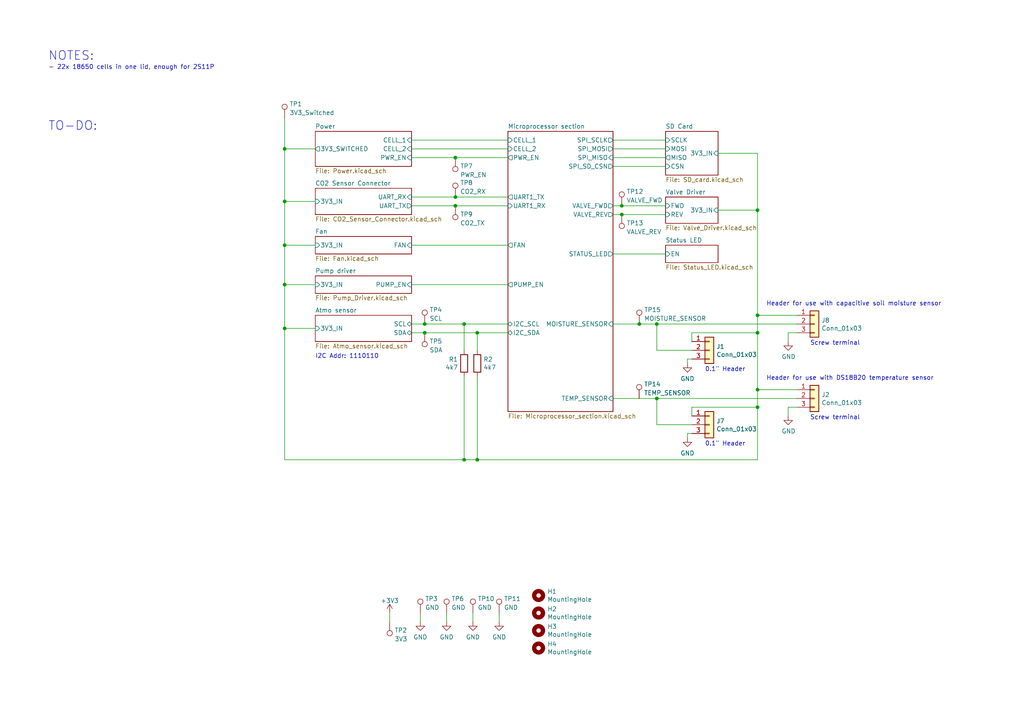
<source format=kicad_sch>
(kicad_sch (version 20211123) (generator eeschema)
  (paper "A4")
  (lib_symbols
    (symbol "Connector:TestPoint" (pin_numbers hide) (pin_names (offset 0.762) hide)
      (property "Reference" "TP" (at 0 6.858 0))
      (property "Value" "TestPoint" (at 0 5.08 0))
      (symbol "TestPoint_0_1"
        (circle (center 0 3.302) (radius 0.762))
      )
      (symbol "TestPoint_1_1"
        (pin passive line (at 0 0 90) (length 2.54) (name "1") (number "1"))
      )
    )
    (symbol "Connector_Generic:Conn_01x03" (pin_names (offset 1.016) hide)
      (property "Reference" "J" (at 0 5.08 0))
      (property "Value" "Conn_01x03" (at 0 -5.08 0))
      (symbol "Conn_01x03_1_1"
        (rectangle (start -1.27 -2.413) (end 0 -2.667) (stroke (width 0.1524)))
        (rectangle (start -1.27 0.127) (end 0 -0.127) (stroke (width 0.1524)))
        (rectangle (start -1.27 2.667) (end 0 2.413) (stroke (width 0.1524)))
        (rectangle (start -1.27 3.81) (end 1.27 -3.81) (stroke (width 0.254)) (fill (type background)))
        (pin passive line (at -5.08 2.54 0) (length 3.81) (name "Pin_1") (number "1"))
        (pin passive line (at -5.08 0 0) (length 3.81) (name "Pin_2") (number "2"))
        (pin passive line (at -5.08 -2.54 0) (length 3.81) (name "Pin_3") (number "3"))
      )
    )
    (symbol "Device:R" (pin_numbers hide) (pin_names (offset 0))
      (property "Reference" "R" (at 2.032 0 90))
      (property "Value" "R" (at 0 0 90))
      (symbol "R_0_1"
        (rectangle (start -1.016 -2.54) (end 1.016 2.54) (stroke (width 0.254)))
      )
      (symbol "R_1_1"
        (pin passive line (at 0 3.81 270) (length 1.27) (name "~") (number "1"))
        (pin passive line (at 0 -3.81 90) (length 1.27) (name "~") (number "2"))
      )
    )
    (symbol "Mechanical:MountingHole" (pin_names (offset 1.016))
      (property "Reference" "H" (at 0 5.08 0))
      (property "Value" "MountingHole" (at 0 3.175 0))
      (symbol "MountingHole_0_1"
        (circle (center 0 0) (radius 1.27) (stroke (width 1.27)))
      )
    )
    (symbol "power:+3V3" (power) (pin_names (offset 0))
      (property "Value" "+3V3" (at 0 3.556 0))
      (symbol "+3V3_0_1"
        (polyline (pts (xy -0.762 1.27) (xy 0 2.54)))
        (polyline (pts (xy 0 0) (xy 0 2.54)))
        (polyline (pts (xy 0 2.54) (xy 0.762 1.27)))
      )
      (symbol "+3V3_1_1"
        (pin power_in line (at 0 0 90) (length 0) hide (name "+3V3") (number "1"))
      )
    )
    (symbol "power:GND" (power) (pin_names (offset 0))
      (property "Value" "GND" (at 0 -3.81 0))
      (symbol "GND_0_1"
        (polyline (pts (xy 0 0) (xy 0 -1.27) (xy 1.27 -1.27) (xy 0 -2.54) (xy -1.27 -1.27) (xy 0 -1.27)))
      )
      (symbol "GND_1_1"
        (pin power_in line (at 0 0 270) (length 0) hide (name "GND") (number "1"))
      )
    )
  )
  (junction (at 219.71 91.44))
  (junction (at 190.5 115.57))
  (junction (at 132.08 57.15))
  (junction (at 82.55 82.55))
  (junction (at 123.19 96.52))
  (junction (at 138.43 133.35))
  (junction (at 132.08 45.72))
  (junction (at 82.55 43.18))
  (junction (at 219.71 118.11))
  (junction (at 180.34 59.69))
  (junction (at 219.71 96.52))
  (junction (at 190.5 93.98))
  (junction (at 132.08 59.69))
  (junction (at 134.62 93.98))
  (junction (at 82.55 71.12))
  (junction (at 185.42 93.98))
  (junction (at 219.71 60.96))
  (junction (at 180.34 62.23))
  (junction (at 123.19 93.98))
  (junction (at 138.43 96.52))
  (junction (at 82.55 95.25))
  (junction (at 82.55 58.42))
  (junction (at 219.71 113.03))
  (junction (at 134.62 133.35))
  (wire (pts (xy 185.42 93.98) (xy 190.5 93.98)))
  (wire (pts (xy 219.71 113.03) (xy 231.14 113.03)))
  (wire (pts (xy 228.6 96.52) (xy 231.14 96.52)))
  (wire (pts (xy 119.38 59.69) (xy 132.08 59.69)))
  (wire (pts (xy 208.28 60.96) (xy 219.71 60.96)))
  (wire (pts (xy 82.55 95.25) (xy 91.44 95.25)))
  (wire (pts (xy 91.44 43.18) (xy 82.55 43.18)))
  (wire (pts (xy 190.5 123.19) (xy 190.5 115.57)))
  (wire (pts (xy 132.08 45.72) (xy 147.32 45.72)))
  (wire (pts (xy 228.6 118.11) (xy 228.6 120.65)))
  (wire (pts (xy 219.71 44.45) (xy 208.28 44.45)))
  (wire (pts (xy 134.62 109.22) (xy 134.62 133.35)))
  (wire (pts (xy 138.43 133.35) (xy 219.71 133.35)))
  (wire (pts (xy 228.6 118.11) (xy 231.14 118.11)))
  (wire (pts (xy 219.71 133.35) (xy 219.71 118.11)))
  (wire (pts (xy 134.62 93.98) (xy 134.62 101.6)))
  (wire (pts (xy 177.8 115.57) (xy 190.5 115.57)))
  (wire (pts (xy 119.38 71.12) (xy 147.32 71.12)))
  (wire (pts (xy 200.66 99.06) (xy 200.66 96.52)))
  (wire (pts (xy 129.54 177.8) (xy 129.54 180.34)))
  (wire (pts (xy 82.55 133.35) (xy 134.62 133.35)))
  (wire (pts (xy 134.62 133.35) (xy 138.43 133.35)))
  (wire (pts (xy 119.38 82.55) (xy 147.32 82.55)))
  (wire (pts (xy 119.38 57.15) (xy 132.08 57.15)))
  (wire (pts (xy 219.71 60.96) (xy 219.71 91.44)))
  (wire (pts (xy 119.38 40.64) (xy 147.32 40.64)))
  (wire (pts (xy 119.38 45.72) (xy 132.08 45.72)))
  (wire (pts (xy 123.19 93.98) (xy 134.62 93.98)))
  (wire (pts (xy 82.55 82.55) (xy 82.55 95.25)))
  (wire (pts (xy 132.08 57.15) (xy 147.32 57.15)))
  (wire (pts (xy 119.38 96.52) (xy 123.19 96.52)))
  (wire (pts (xy 177.8 43.18) (xy 193.04 43.18)))
  (wire (pts (xy 177.8 59.69) (xy 180.34 59.69)))
  (wire (pts (xy 180.34 59.69) (xy 193.04 59.69)))
  (wire (pts (xy 119.38 93.98) (xy 123.19 93.98)))
  (wire (pts (xy 219.71 96.52) (xy 219.71 113.03)))
  (wire (pts (xy 123.19 96.52) (xy 138.43 96.52)))
  (wire (pts (xy 219.71 91.44) (xy 231.14 91.44)))
  (wire (pts (xy 190.5 115.57) (xy 231.14 115.57)))
  (wire (pts (xy 180.34 62.23) (xy 193.04 62.23)))
  (wire (pts (xy 138.43 96.52) (xy 147.32 96.52)))
  (wire (pts (xy 199.39 104.14) (xy 200.66 104.14)))
  (wire (pts (xy 113.03 177.8) (xy 113.03 180.34)))
  (wire (pts (xy 137.16 177.8) (xy 137.16 180.34)))
  (wire (pts (xy 82.55 71.12) (xy 91.44 71.12)))
  (wire (pts (xy 82.55 58.42) (xy 82.55 71.12)))
  (wire (pts (xy 121.92 177.8) (xy 121.92 180.34)))
  (wire (pts (xy 144.78 177.8) (xy 144.78 180.34)))
  (wire (pts (xy 199.39 125.73) (xy 200.66 125.73)))
  (wire (pts (xy 228.6 96.52) (xy 228.6 99.06)))
  (wire (pts (xy 219.71 91.44) (xy 219.71 96.52)))
  (wire (pts (xy 190.5 93.98) (xy 231.14 93.98)))
  (wire (pts (xy 177.8 40.64) (xy 193.04 40.64)))
  (wire (pts (xy 177.8 45.72) (xy 193.04 45.72)))
  (wire (pts (xy 200.66 120.65) (xy 200.66 118.11)))
  (wire (pts (xy 138.43 96.52) (xy 138.43 101.6)))
  (wire (pts (xy 138.43 109.22) (xy 138.43 133.35)))
  (wire (pts (xy 82.55 34.29) (xy 82.55 43.18)))
  (wire (pts (xy 200.66 96.52) (xy 219.71 96.52)))
  (wire (pts (xy 219.71 44.45) (xy 219.71 60.96)))
  (wire (pts (xy 199.39 127) (xy 199.39 125.73)))
  (wire (pts (xy 82.55 95.25) (xy 82.55 133.35)))
  (wire (pts (xy 177.8 62.23) (xy 180.34 62.23)))
  (wire (pts (xy 119.38 43.18) (xy 147.32 43.18)))
  (wire (pts (xy 82.55 71.12) (xy 82.55 82.55)))
  (wire (pts (xy 82.55 43.18) (xy 82.55 58.42)))
  (wire (pts (xy 200.66 118.11) (xy 219.71 118.11)))
  (wire (pts (xy 82.55 58.42) (xy 91.44 58.42)))
  (wire (pts (xy 200.66 123.19) (xy 190.5 123.19)))
  (wire (pts (xy 219.71 118.11) (xy 219.71 113.03)))
  (wire (pts (xy 91.44 82.55) (xy 82.55 82.55)))
  (wire (pts (xy 134.62 93.98) (xy 147.32 93.98)))
  (wire (pts (xy 177.8 48.26) (xy 193.04 48.26)))
  (wire (pts (xy 190.5 101.6) (xy 190.5 93.98)))
  (wire (pts (xy 177.8 93.98) (xy 185.42 93.98)))
  (wire (pts (xy 200.66 101.6) (xy 190.5 101.6)))
  (wire (pts (xy 177.8 73.66) (xy 193.04 73.66)))
  (wire (pts (xy 199.39 105.41) (xy 199.39 104.14)))
  (wire (pts (xy 132.08 59.69) (xy 147.32 59.69)))
  (text "- 22x 18650 cells in one lid, enough for 2S11P\n" (at 13.97 20.32 0) (effects (font (size 1.27 1.27)) (justify left bottom)))
  (text "I2C Addr: 1110110" (at 91.44 104.14 0) (effects (font (size 1.27 1.27)) (justify left bottom)))
  (text "Header for use with capacitive soil moisture sensor\n" (at 222.25 88.9 0) (effects (font (size 1.27 1.27)) (justify left bottom)))
  (text "0.1\" Header" (at 204.47 129.54 0) (effects (font (size 1.27 1.27)) (justify left bottom)))
  (text "Header for use with DS18B20 temperature sensor\n" (at 222.25 110.49 0) (effects (font (size 1.27 1.27)) (justify left bottom)))
  (text "TO-DO:" (at 13.97 38.1 0) (effects (font (size 2.54 2.54)) (justify left bottom)))
  (text "Screw terminal" (at 234.95 121.92 0) (effects (font (size 1.27 1.27)) (justify left bottom)))
  (text "0.1\" Header" (at 204.47 107.95 0) (effects (font (size 1.27 1.27)) (justify left bottom)))
  (text "Screw terminal" (at 234.95 100.33 0) (effects (font (size 1.27 1.27)) (justify left bottom)))
  (text "NOTES:" (at 13.97 17.78 0) (effects (font (size 2.54 2.54)) (justify left bottom)))
  (symbol (lib_id "Mechanical:MountingHole") (at 156.21 172.72 0) (unit 1)
    (property "Reference" "H1" (at 158.75 171.5516 0) (effects (justify left)))
    (property "Value" "MountingHole" (at 158.75 173.863 0) (effects (justify left)))
    (property "Footprint" "MountingHole:MountingHole_3.2mm_M3" (effects hide))
  )
  (symbol (lib_id "Mechanical:MountingHole") (at 156.21 177.8 0) (unit 1)
    (property "Reference" "H2" (at 158.75 176.6316 0) (effects (justify left)))
    (property "Value" "MountingHole" (at 158.75 178.943 0) (effects (justify left)))
    (property "Footprint" "MountingHole:MountingHole_3.2mm_M3" (effects hide))
  )
  (symbol (lib_id "Mechanical:MountingHole") (at 156.21 182.88 0) (unit 1)
    (property "Reference" "H3" (at 158.75 181.7116 0) (effects (justify left)))
    (property "Value" "MountingHole" (at 158.75 184.023 0) (effects (justify left)))
    (property "Footprint" "MountingHole:MountingHole_3.2mm_M3" (effects hide))
  )
  (symbol (lib_id "Mechanical:MountingHole") (at 156.21 187.96 0) (unit 1)
    (property "Reference" "H4" (at 158.75 186.7916 0) (effects (justify left)))
    (property "Value" "MountingHole" (at 158.75 189.103 0) (effects (justify left)))
    (property "Footprint" "MountingHole:MountingHole_3.2mm_M3" (effects hide))
  )
  (symbol (lib_id "power:GND") (at 228.6 120.65 0) (unit 1)
    (property "Reference" "#PWR044" (effects hide))
    (property "Value" "GND" (at 228.727 125.0442 0))
  )
  (symbol (lib_id "Connector_Generic:Conn_01x03") (at 236.22 115.57 0) (unit 1)
    (property "Reference" "J2" (at 238.252 114.5032 0) (effects (justify left)))
    (property "Value" "Conn_01x03" (at 238.252 116.8146 0) (effects (justify left)))
    (property "Footprint" "co2_sensor_node:KF301-5.0-3P" (effects hide))
    (property "LCSC" "C474882" (effects hide))
  )
  (symbol (lib_id "Connector:TestPoint") (at 123.19 96.52 180) (unit 1)
    (property "Reference" "TP5" (at 124.587 98.9873 0) (effects (justify right)))
    (property "Value" "SDA" (at 124.587 101.5242 0) (effects (justify right)))
    (property "Footprint" "TestPoint:TestPoint_Loop_D2.50mm_Drill1.0mm_LowProfile" (effects hide))
  )
  (symbol (lib_id "Device:R") (at 134.62 105.41 0) (mirror y) (unit 1)
    (property "Reference" "R1" (at 132.842 104.2416 0) (effects (justify left)))
    (property "Value" "4k7" (at 132.842 106.553 0) (effects (justify left)))
    (property "Footprint" "Resistor_SMD:R_0603_1608Metric" (effects hide))
    (property "LCSC" "C23162" (effects hide))
  )
  (symbol (lib_id "power:GND") (at 137.16 180.34 0) (unit 1)
    (property "Reference" "#PWR0112" (effects hide))
    (property "Value" "GND" (at 137.16 184.7834 0))
  )
  (symbol (lib_id "Connector:TestPoint") (at 180.34 62.23 180) (unit 1)
    (property "Reference" "TP13" (at 181.737 64.6973 0) (effects (justify right)))
    (property "Value" "VALVE_REV" (at 181.737 67.2342 0) (effects (justify right)))
    (property "Footprint" "TestPoint:TestPoint_Loop_D2.50mm_Drill1.0mm_LowProfile" (effects hide))
  )
  (symbol (lib_id "Connector:TestPoint") (at 123.19 93.98 0) (unit 1)
    (property "Reference" "TP4" (at 124.587 89.8433 0) (effects (justify left)))
    (property "Value" "SCL" (at 124.587 92.3802 0) (effects (justify left)))
    (property "Footprint" "TestPoint:TestPoint_Loop_D2.50mm_Drill1.0mm_LowProfile" (effects hide))
  )
  (symbol (lib_id "Connector:TestPoint") (at 121.92 177.8 0) (unit 1)
    (property "Reference" "TP3" (at 123.317 173.6633 0) (effects (justify left)))
    (property "Value" "GND" (at 123.317 176.2002 0) (effects (justify left)))
    (property "Footprint" "TestPoint:TestPoint_Loop_D2.50mm_Drill1.0mm_LowProfile" (effects hide))
  )
  (symbol (lib_id "Connector:TestPoint") (at 129.54 177.8 0) (unit 1)
    (property "Reference" "TP6" (at 130.937 173.6633 0) (effects (justify left)))
    (property "Value" "GND" (at 130.937 176.2002 0) (effects (justify left)))
    (property "Footprint" "TestPoint:TestPoint_Loop_D2.50mm_Drill1.0mm_LowProfile" (effects hide))
  )
  (symbol (lib_id "power:+3V3") (at 113.03 177.8 0) (unit 1)
    (property "Reference" "#PWR0111" (effects hide))
    (property "Value" "+3V3" (at 113.03 174.2242 0))
  )
  (symbol (lib_id "Connector:TestPoint") (at 132.08 45.72 180) (unit 1)
    (property "Reference" "TP7" (at 133.477 48.1873 0) (effects (justify right)))
    (property "Value" "PWR_EN" (at 133.477 50.7242 0) (effects (justify right)))
    (property "Footprint" "TestPoint:TestPoint_Loop_D2.50mm_Drill1.0mm_LowProfile" (effects hide))
  )
  (symbol (lib_id "power:GND") (at 121.92 180.34 0) (unit 1)
    (property "Reference" "#PWR0113" (effects hide))
    (property "Value" "GND" (at 121.92 184.7834 0))
  )
  (symbol (lib_id "power:GND") (at 199.39 105.41 0) (unit 1)
    (property "Reference" "#PWR0116" (effects hide))
    (property "Value" "GND" (at 199.39 109.8534 0))
  )
  (symbol (lib_id "Connector_Generic:Conn_01x03") (at 236.22 93.98 0) (unit 1)
    (property "Reference" "J8" (at 238.252 92.9132 0) (effects (justify left)))
    (property "Value" "Conn_01x03" (at 238.252 95.2246 0) (effects (justify left)))
    (property "Footprint" "co2_sensor_node:KF301-5.0-3P" (effects hide))
    (property "LCSC" "C474882" (effects hide))
  )
  (symbol (lib_id "Connector:TestPoint") (at 180.34 59.69 0) (unit 1)
    (property "Reference" "TP12" (at 181.737 55.5533 0) (effects (justify left)))
    (property "Value" "VALVE_FWD" (at 181.737 58.0902 0) (effects (justify left)))
    (property "Footprint" "TestPoint:TestPoint_Loop_D2.50mm_Drill1.0mm_LowProfile" (effects hide))
  )
  (symbol (lib_id "Connector_Generic:Conn_01x03") (at 205.74 101.6 0) (unit 1)
    (property "Reference" "J1" (at 207.772 100.5332 0) (effects (justify left)))
    (property "Value" "Conn_01x03" (at 207.772 102.8446 0) (effects (justify left)))
    (property "Footprint" "Connector_PinSocket_2.54mm:PinSocket_1x03_P2.54mm_Vertical" (effects hide))
    (property "LCSC" "C541850" (effects hide))
  )
  (symbol (lib_id "Connector:TestPoint") (at 82.55 34.29 0) (unit 1)
    (property "Reference" "TP1" (at 83.947 30.1533 0) (effects (justify left)))
    (property "Value" "3V3_Switched" (at 83.947 32.6902 0) (effects (justify left)))
    (property "Footprint" "TestPoint:TestPoint_Loop_D2.50mm_Drill1.0mm_LowProfile" (effects hide))
  )
  (symbol (lib_id "Connector_Generic:Conn_01x03") (at 205.74 123.19 0) (unit 1)
    (property "Reference" "J7" (at 207.772 122.1232 0) (effects (justify left)))
    (property "Value" "Conn_01x03" (at 207.772 124.4346 0) (effects (justify left)))
    (property "Footprint" "Connector_PinSocket_2.54mm:PinSocket_1x03_P2.54mm_Vertical" (effects hide))
    (property "LCSC" "C541850" (effects hide))
  )
  (symbol (lib_id "Connector:TestPoint") (at 144.78 177.8 0) (unit 1)
    (property "Reference" "TP11" (at 146.177 173.6633 0) (effects (justify left)))
    (property "Value" "GND" (at 146.177 176.2002 0) (effects (justify left)))
    (property "Footprint" "TestPoint:TestPoint_Loop_D2.50mm_Drill1.0mm_LowProfile" (effects hide))
  )
  (symbol (lib_id "Connector:TestPoint") (at 132.08 57.15 0) (unit 1)
    (property "Reference" "TP8" (at 133.477 53.0133 0) (effects (justify left)))
    (property "Value" "CO2_RX" (at 133.477 55.5502 0) (effects (justify left)))
    (property "Footprint" "TestPoint:TestPoint_Loop_D2.50mm_Drill1.0mm_LowProfile" (effects hide))
  )
  (symbol (lib_id "Connector:TestPoint") (at 185.3847 115.567 0) (unit 1)
    (property "Reference" "TP14" (at 186.7817 111.4303 0) (effects (justify left)))
    (property "Value" "TEMP_SENSOR" (at 186.7817 113.9672 0) (effects (justify left)))
    (property "Footprint" "TestPoint:TestPoint_Loop_D2.50mm_Drill1.0mm_LowProfile" (effects hide))
  )
  (symbol (lib_id "power:GND") (at 129.54 180.34 0) (unit 1)
    (property "Reference" "#PWR0114" (effects hide))
    (property "Value" "GND" (at 129.54 184.7834 0))
  )
  (symbol (lib_id "Connector:TestPoint") (at 185.42 93.98 0) (unit 1)
    (property "Reference" "TP15" (at 186.817 89.8433 0) (effects (justify left)))
    (property "Value" "MOISTURE_SENSOR" (at 186.817 92.3802 0) (effects (justify left)))
    (property "Footprint" "TestPoint:TestPoint_Loop_D2.50mm_Drill1.0mm_LowProfile" (effects hide))
  )
  (symbol (lib_id "Connector:TestPoint") (at 137.16 177.8 0) (unit 1)
    (property "Reference" "TP10" (at 138.557 173.6633 0) (effects (justify left)))
    (property "Value" "GND" (at 138.557 176.2002 0) (effects (justify left)))
    (property "Footprint" "TestPoint:TestPoint_Loop_D2.50mm_Drill1.0mm_LowProfile" (effects hide))
  )
  (symbol (lib_id "Connector:TestPoint") (at 113.03 180.34 180) (unit 1)
    (property "Reference" "TP2" (at 114.427 182.8073 0) (effects (justify right)))
    (property "Value" "3V3" (at 114.427 185.3442 0) (effects (justify right)))
    (property "Footprint" "TestPoint:TestPoint_Loop_D2.50mm_Drill1.0mm_LowProfile" (effects hide))
  )
  (symbol (lib_id "power:GND") (at 228.6 99.06 0) (unit 1)
    (property "Reference" "#PWR0117" (effects hide))
    (property "Value" "GND" (at 228.727 103.4542 0))
  )
  (symbol (lib_id "power:GND") (at 199.39 127 0) (unit 1)
    (property "Reference" "#PWR0110" (effects hide))
    (property "Value" "GND" (at 199.39 131.4434 0))
  )
  (symbol (lib_id "Connector:TestPoint") (at 132.08 59.69 180) (unit 1)
    (property "Reference" "TP9" (at 133.477 62.1573 0) (effects (justify right)))
    (property "Value" "CO2_TX" (at 133.477 64.6942 0) (effects (justify right)))
    (property "Footprint" "TestPoint:TestPoint_Loop_D2.50mm_Drill1.0mm_LowProfile" (effects hide))
  )
  (symbol (lib_id "Device:R") (at 138.43 105.41 0) (unit 1)
    (property "Reference" "R2" (at 140.208 104.2416 0) (effects (justify left)))
    (property "Value" "4k7" (at 140.208 106.553 0) (effects (justify left)))
    (property "Footprint" "Resistor_SMD:R_0603_1608Metric" (effects hide))
    (property "LCSC" "C23162" (effects hide))
  )
  (symbol (lib_id "power:GND") (at 144.78 180.34 0) (unit 1)
    (property "Reference" "#PWR0115" (effects hide))
    (property "Value" "GND" (at 144.78 184.7834 0))
  )
  (sheet (at 147.32 38.1) (size 30.48 81.28)
    (property "Sheet name" "Microprocessor section" (at 147.32 37.3884 0) (effects (justify left bottom)))
    (property "Sheet file" "Microprocessor_section.kicad_sch" (at 147.32 119.9646 0) (effects (justify left top)))
    (pin "UART1_TX" output (at 147.32 57.15 180))
    (pin "UART1_RX" input (at 147.32 59.69 180))
    (pin "I2C_SCL" bidirectional (at 147.32 93.98 180))
    (pin "I2C_SDA" bidirectional (at 147.32 96.52 180))
    (pin "SPI_MOSI" output (at 177.8 43.18 0))
    (pin "SPI_MISO" input (at 177.8 45.72 0))
    (pin "SPI_SCLK" output (at 177.8 40.64 0))
    (pin "SPI_SD_CSN" output (at 177.8 48.26 0))
    (pin "PUMP_EN" output (at 147.32 82.55 180))
    (pin "TEMP_SENSOR" input (at 177.8 115.57 0))
    (pin "FAN" output (at 147.32 71.12 180))
    (pin "MOISTURE_SENSOR" input (at 177.8 93.98 0))
    (pin "CELL_1" input (at 147.32 40.64 180))
    (pin "CELL_2" input (at 147.32 43.18 180))
    (pin "VALVE_REV" output (at 177.8 62.23 0))
    (pin "VALVE_FWD" output (at 177.8 59.69 0))
    (pin "PWR_EN" output (at 147.32 45.72 180))
    (pin "STATUS_LED" output (at 177.8 73.66 0))
  )
  (sheet (at 91.44 54.61) (size 27.94 7.62)
    (property "Sheet name" "CO2 Sensor Connector" (at 91.44 53.8984 0) (effects (justify left bottom)))
    (property "Sheet file" "CO2_Sensor_Connector.kicad_sch" (at 91.44 62.8146 0) (effects (justify left top)))
    (pin "UART_RX" input (at 119.38 57.15 0))
    (pin "UART_TX" output (at 119.38 59.69 0))
    (pin "3V3_IN" input (at 91.44 58.42 180))
  )
  (sheet (at 91.44 91.44) (size 27.94 7.62)
    (property "Sheet name" "Atmo sensor" (at 91.44 90.7284 0) (effects (justify left bottom)))
    (property "Sheet file" "Atmo_sensor.kicad_sch" (at 91.44 99.6446 0) (effects (justify left top)))
    (pin "SDA" bidirectional (at 119.38 96.52 0))
    (pin "SCL" bidirectional (at 119.38 93.98 0))
    (pin "3V3_IN" input (at 91.44 95.25 180))
  )
  (sheet (at 193.04 38.1) (size 15.24 12.7)
    (property "Sheet name" "SD Card" (at 193.04 37.3884 0) (effects (justify left bottom)))
    (property "Sheet file" "SD_card.kicad_sch" (at 193.04 51.3846 0) (effects (justify left top)))
    (pin "SCLK" input (at 193.04 40.64 180))
    (pin "MOSI" input (at 193.04 43.18 180))
    (pin "MISO" output (at 193.04 45.72 180))
    (pin "CSN" input (at 193.04 48.26 180))
    (pin "3V3_IN" input (at 208.28 44.45 0))
  )
  (sheet (at 91.44 38.1) (size 27.94 10.16)
    (property "Sheet name" "Power" (at 91.44 37.3884 0) (effects (justify left bottom)))
    (property "Sheet file" "Power.kicad_sch" (at 91.44 48.8446 0) (effects (justify left top)))
    (pin "CELL_1" input (at 119.38 40.64 0))
    (pin "CELL_2" input (at 119.38 43.18 0))
    (pin "PWR_EN" input (at 119.38 45.72 0))
    (pin "3V3_SWITCHED" output (at 91.44 43.18 180))
  )
  (sheet (at 91.44 80.01) (size 27.94 5.08)
    (property "Sheet name" "Pump driver" (at 91.44 79.2984 0) (effects (justify left bottom)))
    (property "Sheet file" "Pump_Driver.kicad_sch" (at 91.44 85.6746 0) (effects (justify left top)))
    (pin "PUMP_EN" input (at 119.38 82.55 0))
    (pin "3V3_IN" input (at 91.44 82.55 180))
  )
  (sheet (at 91.44 68.58) (size 27.94 5.08)
    (property "Sheet name" "Fan" (at 91.44 67.8684 0) (effects (justify left bottom)))
    (property "Sheet file" "Fan.kicad_sch" (at 91.44 74.2446 0) (effects (justify left top)))
    (pin "FAN" input (at 119.38 71.12 0))
    (pin "3V3_IN" input (at 91.44 71.12 180))
  )
  (sheet (at 193.04 57.15) (size 15.24 7.62) (stroke (width 0.1524))
    (property "Sheet name" "Valve Driver" (at 193.04 56.4384 0) (effects (justify left bottom)))
    (property "Sheet file" "Valve_Driver.kicad_sch" (at 193.04 65.3546 0) (effects (justify left top)))
    (pin "REV" input (at 193.04 62.23 180))
    (pin "FWD" input (at 193.04 59.69 180))
    (pin "3V3_IN" input (at 208.28 60.96 0))
  )
  (sheet (at 193.04 71.12) (size 15.24 5.08) (stroke (width 0.1524))
    (property "Sheet name" "Status LED" (at 193.04 70.4084 0) (effects (justify left bottom)))
    (property "Sheet file" "Status_LED.kicad_sch" (at 193.04 76.7846 0) (effects (justify left top)))
    (pin "EN" input (at 193.04 73.66 180))
  )
)
</source>
